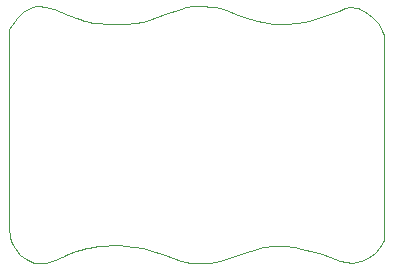
<source format=gm1>
G04 #@! TF.FileFunction,Profile,NP*
%FSLAX46Y46*%
G04 Gerber Fmt 4.6, Leading zero omitted, Abs format (unit mm)*
G04 Created by KiCad (PCBNEW 4.0.2-stable) date 6/19/2017 9:33:45 AM*
%MOMM*%
G01*
G04 APERTURE LIST*
%ADD10C,0.150000*%
%ADD11C,0.010000*%
G04 APERTURE END LIST*
D10*
D11*
X188054117Y-125290277D02*
X187801454Y-125229579D01*
X188345342Y-125344379D02*
X188054117Y-125290277D01*
X188902606Y-125418477D02*
X188345342Y-125344379D01*
X189468768Y-125462824D02*
X188902606Y-125418477D01*
X186909352Y-124946728D02*
X186875617Y-124935246D01*
X186941429Y-124957648D02*
X186909352Y-124946728D01*
X186975189Y-124969075D02*
X186941429Y-124957648D01*
X187007257Y-124979934D02*
X186975189Y-124969075D01*
X187152939Y-125028816D02*
X187007257Y-124979934D01*
X187270563Y-125067696D02*
X187152939Y-125028816D01*
X187593519Y-125169848D02*
X187270563Y-125067696D01*
X187801454Y-125229579D02*
X187593519Y-125169848D01*
X184345152Y-123987688D02*
X183796583Y-123923163D01*
X185041930Y-124210872D02*
X184345152Y-123987688D01*
X185626252Y-124468154D02*
X185041930Y-124210872D01*
X186218856Y-124708491D02*
X185626252Y-124468154D01*
X186531894Y-124817112D02*
X186218856Y-124708491D01*
X186744029Y-124890220D02*
X186531894Y-124817112D01*
X186813089Y-124913900D02*
X186744029Y-124890220D01*
X186875617Y-124935246D02*
X186813089Y-124913900D01*
X189468739Y-125462827D02*
X189468768Y-125462824D01*
X189468739Y-125462819D02*
X189468739Y-125462827D01*
X190264027Y-125482112D02*
X189468739Y-125462819D01*
X191052030Y-125458342D02*
X190264027Y-125482112D01*
X191968830Y-125371702D02*
X191052030Y-125458342D01*
X198727650Y-124046149D02*
X198317371Y-123982194D01*
X199102782Y-124140852D02*
X198727650Y-124046149D01*
X199626615Y-124314504D02*
X199102782Y-124140852D01*
X200683579Y-124698517D02*
X199626615Y-124314504D01*
X201164849Y-124870422D02*
X200683579Y-124698517D01*
X202224701Y-125209343D02*
X201164849Y-124870422D01*
X202736882Y-125322064D02*
X202224701Y-125209343D01*
X203613617Y-125420556D02*
X202736882Y-125322064D01*
X192615601Y-125252314D02*
X191968830Y-125371702D01*
X193107977Y-125112186D02*
X192615601Y-125252314D01*
X194484741Y-124631947D02*
X193107977Y-125112186D01*
X195861279Y-124151891D02*
X194484741Y-124631947D01*
X196241469Y-124049144D02*
X195861279Y-124151891D01*
X196845804Y-123966118D02*
X196241469Y-124049144D01*
X197790962Y-123947657D02*
X196845804Y-123966118D01*
X198317371Y-123982194D02*
X197790962Y-123947657D01*
X204665169Y-125457415D02*
X203613617Y-125420556D01*
X206683959Y-125218401D02*
X207180382Y-125078774D01*
X205694916Y-125402031D02*
X206683959Y-125218401D01*
X204665169Y-125457415D02*
X205694916Y-125402031D01*
X209699943Y-124118861D02*
X210099943Y-124018861D01*
X209199943Y-124318861D02*
X209699943Y-124118861D01*
X208399943Y-124618861D02*
X209199943Y-124318861D01*
X208399943Y-124618861D02*
X208399943Y-124618861D01*
X207180382Y-125078774D02*
X208399943Y-124618861D01*
X185952757Y-145091834D02*
X185794665Y-145163607D01*
X186085799Y-145031146D02*
X185952757Y-145091834D01*
X186218859Y-144970488D02*
X186085799Y-145031146D01*
X186939174Y-144722174D02*
X186218859Y-144970488D01*
X187270566Y-144611284D02*
X186939174Y-144722174D01*
X187593521Y-144509141D02*
X187270566Y-144611284D01*
X187801457Y-144449397D02*
X187593521Y-144509141D01*
X188054119Y-144388707D02*
X187801457Y-144449397D01*
X184407217Y-145687057D02*
X184014225Y-145737606D01*
X185148365Y-145443061D02*
X184407217Y-145687057D01*
X185371295Y-145350460D02*
X185148365Y-145443061D01*
X185686279Y-145212397D02*
X185371295Y-145350460D01*
X185794665Y-145163607D02*
X185686279Y-145212397D01*
X188345345Y-144334600D02*
X188054119Y-144388707D01*
X188902606Y-144260500D02*
X188345345Y-144334600D01*
X189468771Y-144216155D02*
X188902606Y-144260500D01*
X189468742Y-144216158D02*
X189468742Y-144216152D01*
X189860013Y-144201363D02*
X189468742Y-144216158D01*
X190260488Y-144197126D02*
X189860013Y-144201363D01*
X190662829Y-144203682D02*
X190260488Y-144197126D01*
X191052033Y-144220635D02*
X190662829Y-144203682D01*
X191968836Y-144307277D02*
X191052033Y-144220635D01*
X192615604Y-144426665D02*
X191968836Y-144307277D01*
X193107980Y-144566794D02*
X192615604Y-144426665D01*
X189468742Y-144216152D02*
X189468771Y-144216155D01*
X197790974Y-145731322D02*
X197580466Y-145735446D01*
X198317371Y-145696785D02*
X197790974Y-145731322D01*
X198727661Y-145632831D02*
X198317371Y-145696785D01*
X199102782Y-145538127D02*
X198727661Y-145632831D01*
X199626615Y-145364476D02*
X199102782Y-145538127D01*
X200683579Y-144980462D02*
X199626615Y-145364476D01*
X201164857Y-144808557D02*
X200683579Y-144980462D01*
X202224701Y-144469633D02*
X201164857Y-144808557D01*
X194484744Y-145047032D02*
X193107980Y-144566794D01*
X195861267Y-145527086D02*
X194484744Y-145047032D01*
X196241469Y-145629841D02*
X195861267Y-145527086D01*
X196600309Y-145689997D02*
X196241469Y-145629841D01*
X197012316Y-145726259D02*
X196600309Y-145689997D01*
X197192245Y-145733137D02*
X197012316Y-145726259D01*
X197401233Y-145736212D02*
X197192245Y-145733137D01*
X197580466Y-145735446D02*
X197401233Y-145736212D01*
X202736882Y-144356915D02*
X202224701Y-144469633D01*
X203613629Y-144258423D02*
X202736882Y-144356915D01*
X204665180Y-144221565D02*
X203613629Y-144258423D01*
X209252763Y-145563017D02*
X210277347Y-145737606D01*
X208421730Y-145208435D02*
X209252763Y-145563017D01*
X207748832Y-144931796D02*
X208421730Y-145208435D01*
X206809245Y-144660974D02*
X207748832Y-144931796D01*
X206361566Y-144559347D02*
X206809245Y-144660974D01*
X205740660Y-144430643D02*
X206361566Y-144559347D01*
X205437527Y-144371015D02*
X205740660Y-144430643D01*
X204665180Y-144221565D02*
X205437527Y-144371015D01*
X182170694Y-124703208D02*
X181935891Y-124954737D01*
X182440885Y-124475317D02*
X182170694Y-124703208D01*
X182731131Y-124285300D02*
X182440885Y-124475317D01*
X182975464Y-124159728D02*
X182731131Y-124285300D01*
X183243937Y-124049728D02*
X182975464Y-124159728D01*
X183618205Y-123939648D02*
X183243937Y-124049728D01*
X183796583Y-123923166D02*
X183618205Y-123939648D01*
X181299943Y-125848861D02*
X181300010Y-142749242D01*
X212981808Y-126415510D02*
X212979899Y-143719935D01*
X181732142Y-125232535D02*
X181299943Y-125848861D01*
X181935891Y-124954737D02*
X181732142Y-125232535D01*
X212842768Y-126028687D02*
X212981808Y-126415510D01*
X212563022Y-125459235D02*
X212842768Y-126028687D01*
X212115121Y-124920546D02*
X212563022Y-125459235D01*
X211564028Y-124511996D02*
X212115121Y-124920546D01*
X210853977Y-124130567D02*
X211564028Y-124511996D01*
X210099943Y-124018861D02*
X210853977Y-124130567D01*
X181331636Y-143529036D02*
X181300010Y-142749242D01*
X181430477Y-143839543D02*
X181331636Y-143529036D01*
X181569165Y-144160164D02*
X181430477Y-143839543D01*
X181732142Y-144446492D02*
X181569165Y-144160164D01*
X182180037Y-144985177D02*
X181732142Y-144446492D01*
X182731131Y-145393727D02*
X182180037Y-144985177D01*
X183037617Y-145545547D02*
X182731131Y-145393727D01*
X183346206Y-145654641D02*
X183037617Y-145545547D01*
X183708780Y-145728520D02*
X183346206Y-145654641D01*
X184014225Y-145737606D02*
X183708780Y-145728520D01*
X212688311Y-144345298D02*
X212979899Y-143719935D01*
X212240410Y-144883986D02*
X212688311Y-144345298D01*
X211689317Y-145292533D02*
X212240410Y-144883986D01*
X211095297Y-145551836D02*
X211689317Y-145292533D01*
X210277347Y-145737606D02*
X211095297Y-145551836D01*
M02*

</source>
